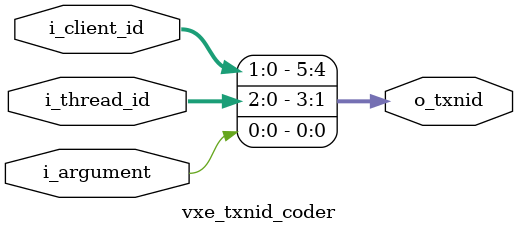
<source format=v>
/*
 * Copyright (c) 2020-2021 The VxEngine Project. All rights reserved.
 *
 * Redistribution and use in source and binary forms, with or without
 * modification, are permitted provided that the following conditions
 * are met:
 * 1. Redistributions of source code must retain the above copyright
 *    notice, this list of conditions and the following disclaimer.
 * 2. Redistributions in binary form must reproduce the above copyright
 *    notice, this list of conditions and the following disclaimer in the
 *    documentation and/or other materials provided with the distribution.
 *
 * THIS SOFTWARE IS PROVIDED BY THE AUTHOR AND CONTRIBUTORS ``AS IS'' AND
 * ANY EXPRESS OR IMPLIED WARRANTIES, INCLUDING, BUT NOT LIMITED TO, THE
 * IMPLIED WARRANTIES OF MERCHANTABILITY AND FITNESS FOR A PARTICULAR PURPOSE
 * ARE DISCLAIMED.  IN NO EVENT SHALL THE AUTHOR OR CONTRIBUTORS BE LIABLE
 * FOR ANY DIRECT, INDIRECT, INCIDENTAL, SPECIAL, EXEMPLARY, OR CONSEQUENTIAL
 * DAMAGES (INCLUDING, BUT NOT LIMITED TO, PROCUREMENT OF SUBSTITUTE GOODS
 * OR SERVICES; LOSS OF USE, DATA, OR PROFITS; OR BUSINESS INTERRUPTION)
 * HOWEVER CAUSED AND ON ANY THEORY OF LIABILITY, WHETHER IN CONTRACT, STRICT
 * LIABILITY, OR TORT (INCLUDING NEGLIGENCE OR OTHERWISE) ARISING IN ANY WAY
 * OUT OF THE USE OF THIS SOFTWARE, EVEN IF ADVISED OF THE POSSIBILITY OF
 * SUCH DAMAGE.
 */

/*
 * Transaction Id coder
 */


/* Txn Id coder */
module vxe_txnid_coder
(
	i_client_id,
	i_thread_id,
	i_argument,
	o_txnid
);
input wire [1:0]	i_client_id;	/* Client Id (CU, VPU0, VPU1) */
input wire [2:0]	i_thread_id;	/* Thread Id for VPUs (0-7) */
input wire		i_argument;	/* Argument type (Rs/Rt) */
output wire [5:0]	o_txnid;	/* Transaction Id */


assign o_txnid = { i_client_id, i_thread_id, i_argument };


endmodule /* vxe_txnid_coder */

</source>
